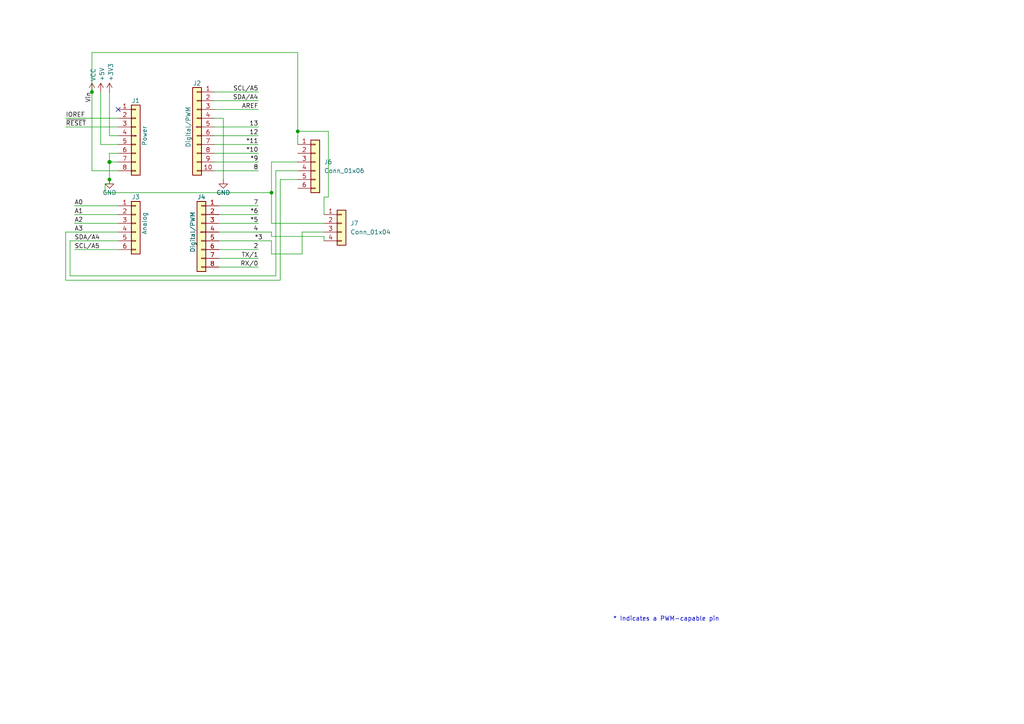
<source format=kicad_sch>
(kicad_sch
	(version 20250114)
	(generator "eeschema")
	(generator_version "9.0")
	(uuid "e63e39d7-6ac0-4ffd-8aa3-1841a4541b55")
	(paper "A4")
	(title_block
		(date "mar. 31 mars 2015")
	)
	(lib_symbols
		(symbol "Connector_Generic:Conn_01x04"
			(pin_names
				(offset 1.016)
				(hide yes)
			)
			(exclude_from_sim no)
			(in_bom yes)
			(on_board yes)
			(property "Reference" "J"
				(at 0 5.08 0)
				(effects
					(font
						(size 1.27 1.27)
					)
				)
			)
			(property "Value" "Conn_01x04"
				(at 0 -7.62 0)
				(effects
					(font
						(size 1.27 1.27)
					)
				)
			)
			(property "Footprint" ""
				(at 0 0 0)
				(effects
					(font
						(size 1.27 1.27)
					)
					(hide yes)
				)
			)
			(property "Datasheet" "~"
				(at 0 0 0)
				(effects
					(font
						(size 1.27 1.27)
					)
					(hide yes)
				)
			)
			(property "Description" "Generic connector, single row, 01x04, script generated (kicad-library-utils/schlib/autogen/connector/)"
				(at 0 0 0)
				(effects
					(font
						(size 1.27 1.27)
					)
					(hide yes)
				)
			)
			(property "ki_keywords" "connector"
				(at 0 0 0)
				(effects
					(font
						(size 1.27 1.27)
					)
					(hide yes)
				)
			)
			(property "ki_fp_filters" "Connector*:*_1x??_*"
				(at 0 0 0)
				(effects
					(font
						(size 1.27 1.27)
					)
					(hide yes)
				)
			)
			(symbol "Conn_01x04_1_1"
				(rectangle
					(start -1.27 3.81)
					(end 1.27 -6.35)
					(stroke
						(width 0.254)
						(type default)
					)
					(fill
						(type background)
					)
				)
				(rectangle
					(start -1.27 2.667)
					(end 0 2.413)
					(stroke
						(width 0.1524)
						(type default)
					)
					(fill
						(type none)
					)
				)
				(rectangle
					(start -1.27 0.127)
					(end 0 -0.127)
					(stroke
						(width 0.1524)
						(type default)
					)
					(fill
						(type none)
					)
				)
				(rectangle
					(start -1.27 -2.413)
					(end 0 -2.667)
					(stroke
						(width 0.1524)
						(type default)
					)
					(fill
						(type none)
					)
				)
				(rectangle
					(start -1.27 -4.953)
					(end 0 -5.207)
					(stroke
						(width 0.1524)
						(type default)
					)
					(fill
						(type none)
					)
				)
				(pin passive line
					(at -5.08 2.54 0)
					(length 3.81)
					(name "Pin_1"
						(effects
							(font
								(size 1.27 1.27)
							)
						)
					)
					(number "1"
						(effects
							(font
								(size 1.27 1.27)
							)
						)
					)
				)
				(pin passive line
					(at -5.08 0 0)
					(length 3.81)
					(name "Pin_2"
						(effects
							(font
								(size 1.27 1.27)
							)
						)
					)
					(number "2"
						(effects
							(font
								(size 1.27 1.27)
							)
						)
					)
				)
				(pin passive line
					(at -5.08 -2.54 0)
					(length 3.81)
					(name "Pin_3"
						(effects
							(font
								(size 1.27 1.27)
							)
						)
					)
					(number "3"
						(effects
							(font
								(size 1.27 1.27)
							)
						)
					)
				)
				(pin passive line
					(at -5.08 -5.08 0)
					(length 3.81)
					(name "Pin_4"
						(effects
							(font
								(size 1.27 1.27)
							)
						)
					)
					(number "4"
						(effects
							(font
								(size 1.27 1.27)
							)
						)
					)
				)
			)
			(embedded_fonts no)
		)
		(symbol "Connector_Generic:Conn_01x06"
			(pin_names
				(offset 1.016)
				(hide yes)
			)
			(exclude_from_sim no)
			(in_bom yes)
			(on_board yes)
			(property "Reference" "J"
				(at 0 7.62 0)
				(effects
					(font
						(size 1.27 1.27)
					)
				)
			)
			(property "Value" "Conn_01x06"
				(at 0 -10.16 0)
				(effects
					(font
						(size 1.27 1.27)
					)
				)
			)
			(property "Footprint" ""
				(at 0 0 0)
				(effects
					(font
						(size 1.27 1.27)
					)
					(hide yes)
				)
			)
			(property "Datasheet" "~"
				(at 0 0 0)
				(effects
					(font
						(size 1.27 1.27)
					)
					(hide yes)
				)
			)
			(property "Description" "Generic connector, single row, 01x06, script generated (kicad-library-utils/schlib/autogen/connector/)"
				(at 0 0 0)
				(effects
					(font
						(size 1.27 1.27)
					)
					(hide yes)
				)
			)
			(property "ki_keywords" "connector"
				(at 0 0 0)
				(effects
					(font
						(size 1.27 1.27)
					)
					(hide yes)
				)
			)
			(property "ki_fp_filters" "Connector*:*_1x??_*"
				(at 0 0 0)
				(effects
					(font
						(size 1.27 1.27)
					)
					(hide yes)
				)
			)
			(symbol "Conn_01x06_1_1"
				(rectangle
					(start -1.27 6.35)
					(end 1.27 -8.89)
					(stroke
						(width 0.254)
						(type default)
					)
					(fill
						(type background)
					)
				)
				(rectangle
					(start -1.27 5.207)
					(end 0 4.953)
					(stroke
						(width 0.1524)
						(type default)
					)
					(fill
						(type none)
					)
				)
				(rectangle
					(start -1.27 2.667)
					(end 0 2.413)
					(stroke
						(width 0.1524)
						(type default)
					)
					(fill
						(type none)
					)
				)
				(rectangle
					(start -1.27 0.127)
					(end 0 -0.127)
					(stroke
						(width 0.1524)
						(type default)
					)
					(fill
						(type none)
					)
				)
				(rectangle
					(start -1.27 -2.413)
					(end 0 -2.667)
					(stroke
						(width 0.1524)
						(type default)
					)
					(fill
						(type none)
					)
				)
				(rectangle
					(start -1.27 -4.953)
					(end 0 -5.207)
					(stroke
						(width 0.1524)
						(type default)
					)
					(fill
						(type none)
					)
				)
				(rectangle
					(start -1.27 -7.493)
					(end 0 -7.747)
					(stroke
						(width 0.1524)
						(type default)
					)
					(fill
						(type none)
					)
				)
				(pin passive line
					(at -5.08 5.08 0)
					(length 3.81)
					(name "Pin_1"
						(effects
							(font
								(size 1.27 1.27)
							)
						)
					)
					(number "1"
						(effects
							(font
								(size 1.27 1.27)
							)
						)
					)
				)
				(pin passive line
					(at -5.08 2.54 0)
					(length 3.81)
					(name "Pin_2"
						(effects
							(font
								(size 1.27 1.27)
							)
						)
					)
					(number "2"
						(effects
							(font
								(size 1.27 1.27)
							)
						)
					)
				)
				(pin passive line
					(at -5.08 0 0)
					(length 3.81)
					(name "Pin_3"
						(effects
							(font
								(size 1.27 1.27)
							)
						)
					)
					(number "3"
						(effects
							(font
								(size 1.27 1.27)
							)
						)
					)
				)
				(pin passive line
					(at -5.08 -2.54 0)
					(length 3.81)
					(name "Pin_4"
						(effects
							(font
								(size 1.27 1.27)
							)
						)
					)
					(number "4"
						(effects
							(font
								(size 1.27 1.27)
							)
						)
					)
				)
				(pin passive line
					(at -5.08 -5.08 0)
					(length 3.81)
					(name "Pin_5"
						(effects
							(font
								(size 1.27 1.27)
							)
						)
					)
					(number "5"
						(effects
							(font
								(size 1.27 1.27)
							)
						)
					)
				)
				(pin passive line
					(at -5.08 -7.62 0)
					(length 3.81)
					(name "Pin_6"
						(effects
							(font
								(size 1.27 1.27)
							)
						)
					)
					(number "6"
						(effects
							(font
								(size 1.27 1.27)
							)
						)
					)
				)
			)
			(embedded_fonts no)
		)
		(symbol "Connector_Generic:Conn_01x08"
			(pin_names
				(offset 1.016)
				(hide yes)
			)
			(exclude_from_sim no)
			(in_bom yes)
			(on_board yes)
			(property "Reference" "J"
				(at 0 10.16 0)
				(effects
					(font
						(size 1.27 1.27)
					)
				)
			)
			(property "Value" "Conn_01x08"
				(at 0 -12.7 0)
				(effects
					(font
						(size 1.27 1.27)
					)
				)
			)
			(property "Footprint" ""
				(at 0 0 0)
				(effects
					(font
						(size 1.27 1.27)
					)
					(hide yes)
				)
			)
			(property "Datasheet" "~"
				(at 0 0 0)
				(effects
					(font
						(size 1.27 1.27)
					)
					(hide yes)
				)
			)
			(property "Description" "Generic connector, single row, 01x08, script generated (kicad-library-utils/schlib/autogen/connector/)"
				(at 0 0 0)
				(effects
					(font
						(size 1.27 1.27)
					)
					(hide yes)
				)
			)
			(property "ki_keywords" "connector"
				(at 0 0 0)
				(effects
					(font
						(size 1.27 1.27)
					)
					(hide yes)
				)
			)
			(property "ki_fp_filters" "Connector*:*_1x??_*"
				(at 0 0 0)
				(effects
					(font
						(size 1.27 1.27)
					)
					(hide yes)
				)
			)
			(symbol "Conn_01x08_1_1"
				(rectangle
					(start -1.27 8.89)
					(end 1.27 -11.43)
					(stroke
						(width 0.254)
						(type default)
					)
					(fill
						(type background)
					)
				)
				(rectangle
					(start -1.27 7.747)
					(end 0 7.493)
					(stroke
						(width 0.1524)
						(type default)
					)
					(fill
						(type none)
					)
				)
				(rectangle
					(start -1.27 5.207)
					(end 0 4.953)
					(stroke
						(width 0.1524)
						(type default)
					)
					(fill
						(type none)
					)
				)
				(rectangle
					(start -1.27 2.667)
					(end 0 2.413)
					(stroke
						(width 0.1524)
						(type default)
					)
					(fill
						(type none)
					)
				)
				(rectangle
					(start -1.27 0.127)
					(end 0 -0.127)
					(stroke
						(width 0.1524)
						(type default)
					)
					(fill
						(type none)
					)
				)
				(rectangle
					(start -1.27 -2.413)
					(end 0 -2.667)
					(stroke
						(width 0.1524)
						(type default)
					)
					(fill
						(type none)
					)
				)
				(rectangle
					(start -1.27 -4.953)
					(end 0 -5.207)
					(stroke
						(width 0.1524)
						(type default)
					)
					(fill
						(type none)
					)
				)
				(rectangle
					(start -1.27 -7.493)
					(end 0 -7.747)
					(stroke
						(width 0.1524)
						(type default)
					)
					(fill
						(type none)
					)
				)
				(rectangle
					(start -1.27 -10.033)
					(end 0 -10.287)
					(stroke
						(width 0.1524)
						(type default)
					)
					(fill
						(type none)
					)
				)
				(pin passive line
					(at -5.08 7.62 0)
					(length 3.81)
					(name "Pin_1"
						(effects
							(font
								(size 1.27 1.27)
							)
						)
					)
					(number "1"
						(effects
							(font
								(size 1.27 1.27)
							)
						)
					)
				)
				(pin passive line
					(at -5.08 5.08 0)
					(length 3.81)
					(name "Pin_2"
						(effects
							(font
								(size 1.27 1.27)
							)
						)
					)
					(number "2"
						(effects
							(font
								(size 1.27 1.27)
							)
						)
					)
				)
				(pin passive line
					(at -5.08 2.54 0)
					(length 3.81)
					(name "Pin_3"
						(effects
							(font
								(size 1.27 1.27)
							)
						)
					)
					(number "3"
						(effects
							(font
								(size 1.27 1.27)
							)
						)
					)
				)
				(pin passive line
					(at -5.08 0 0)
					(length 3.81)
					(name "Pin_4"
						(effects
							(font
								(size 1.27 1.27)
							)
						)
					)
					(number "4"
						(effects
							(font
								(size 1.27 1.27)
							)
						)
					)
				)
				(pin passive line
					(at -5.08 -2.54 0)
					(length 3.81)
					(name "Pin_5"
						(effects
							(font
								(size 1.27 1.27)
							)
						)
					)
					(number "5"
						(effects
							(font
								(size 1.27 1.27)
							)
						)
					)
				)
				(pin passive line
					(at -5.08 -5.08 0)
					(length 3.81)
					(name "Pin_6"
						(effects
							(font
								(size 1.27 1.27)
							)
						)
					)
					(number "6"
						(effects
							(font
								(size 1.27 1.27)
							)
						)
					)
				)
				(pin passive line
					(at -5.08 -7.62 0)
					(length 3.81)
					(name "Pin_7"
						(effects
							(font
								(size 1.27 1.27)
							)
						)
					)
					(number "7"
						(effects
							(font
								(size 1.27 1.27)
							)
						)
					)
				)
				(pin passive line
					(at -5.08 -10.16 0)
					(length 3.81)
					(name "Pin_8"
						(effects
							(font
								(size 1.27 1.27)
							)
						)
					)
					(number "8"
						(effects
							(font
								(size 1.27 1.27)
							)
						)
					)
				)
			)
			(embedded_fonts no)
		)
		(symbol "Connector_Generic:Conn_01x10"
			(pin_names
				(offset 1.016)
				(hide yes)
			)
			(exclude_from_sim no)
			(in_bom yes)
			(on_board yes)
			(property "Reference" "J"
				(at 0 12.7 0)
				(effects
					(font
						(size 1.27 1.27)
					)
				)
			)
			(property "Value" "Conn_01x10"
				(at 0 -15.24 0)
				(effects
					(font
						(size 1.27 1.27)
					)
				)
			)
			(property "Footprint" ""
				(at 0 0 0)
				(effects
					(font
						(size 1.27 1.27)
					)
					(hide yes)
				)
			)
			(property "Datasheet" "~"
				(at 0 0 0)
				(effects
					(font
						(size 1.27 1.27)
					)
					(hide yes)
				)
			)
			(property "Description" "Generic connector, single row, 01x10, script generated (kicad-library-utils/schlib/autogen/connector/)"
				(at 0 0 0)
				(effects
					(font
						(size 1.27 1.27)
					)
					(hide yes)
				)
			)
			(property "ki_keywords" "connector"
				(at 0 0 0)
				(effects
					(font
						(size 1.27 1.27)
					)
					(hide yes)
				)
			)
			(property "ki_fp_filters" "Connector*:*_1x??_*"
				(at 0 0 0)
				(effects
					(font
						(size 1.27 1.27)
					)
					(hide yes)
				)
			)
			(symbol "Conn_01x10_1_1"
				(rectangle
					(start -1.27 11.43)
					(end 1.27 -13.97)
					(stroke
						(width 0.254)
						(type default)
					)
					(fill
						(type background)
					)
				)
				(rectangle
					(start -1.27 10.287)
					(end 0 10.033)
					(stroke
						(width 0.1524)
						(type default)
					)
					(fill
						(type none)
					)
				)
				(rectangle
					(start -1.27 7.747)
					(end 0 7.493)
					(stroke
						(width 0.1524)
						(type default)
					)
					(fill
						(type none)
					)
				)
				(rectangle
					(start -1.27 5.207)
					(end 0 4.953)
					(stroke
						(width 0.1524)
						(type default)
					)
					(fill
						(type none)
					)
				)
				(rectangle
					(start -1.27 2.667)
					(end 0 2.413)
					(stroke
						(width 0.1524)
						(type default)
					)
					(fill
						(type none)
					)
				)
				(rectangle
					(start -1.27 0.127)
					(end 0 -0.127)
					(stroke
						(width 0.1524)
						(type default)
					)
					(fill
						(type none)
					)
				)
				(rectangle
					(start -1.27 -2.413)
					(end 0 -2.667)
					(stroke
						(width 0.1524)
						(type default)
					)
					(fill
						(type none)
					)
				)
				(rectangle
					(start -1.27 -4.953)
					(end 0 -5.207)
					(stroke
						(width 0.1524)
						(type default)
					)
					(fill
						(type none)
					)
				)
				(rectangle
					(start -1.27 -7.493)
					(end 0 -7.747)
					(stroke
						(width 0.1524)
						(type default)
					)
					(fill
						(type none)
					)
				)
				(rectangle
					(start -1.27 -10.033)
					(end 0 -10.287)
					(stroke
						(width 0.1524)
						(type default)
					)
					(fill
						(type none)
					)
				)
				(rectangle
					(start -1.27 -12.573)
					(end 0 -12.827)
					(stroke
						(width 0.1524)
						(type default)
					)
					(fill
						(type none)
					)
				)
				(pin passive line
					(at -5.08 10.16 0)
					(length 3.81)
					(name "Pin_1"
						(effects
							(font
								(size 1.27 1.27)
							)
						)
					)
					(number "1"
						(effects
							(font
								(size 1.27 1.27)
							)
						)
					)
				)
				(pin passive line
					(at -5.08 7.62 0)
					(length 3.81)
					(name "Pin_2"
						(effects
							(font
								(size 1.27 1.27)
							)
						)
					)
					(number "2"
						(effects
							(font
								(size 1.27 1.27)
							)
						)
					)
				)
				(pin passive line
					(at -5.08 5.08 0)
					(length 3.81)
					(name "Pin_3"
						(effects
							(font
								(size 1.27 1.27)
							)
						)
					)
					(number "3"
						(effects
							(font
								(size 1.27 1.27)
							)
						)
					)
				)
				(pin passive line
					(at -5.08 2.54 0)
					(length 3.81)
					(name "Pin_4"
						(effects
							(font
								(size 1.27 1.27)
							)
						)
					)
					(number "4"
						(effects
							(font
								(size 1.27 1.27)
							)
						)
					)
				)
				(pin passive line
					(at -5.08 0 0)
					(length 3.81)
					(name "Pin_5"
						(effects
							(font
								(size 1.27 1.27)
							)
						)
					)
					(number "5"
						(effects
							(font
								(size 1.27 1.27)
							)
						)
					)
				)
				(pin passive line
					(at -5.08 -2.54 0)
					(length 3.81)
					(name "Pin_6"
						(effects
							(font
								(size 1.27 1.27)
							)
						)
					)
					(number "6"
						(effects
							(font
								(size 1.27 1.27)
							)
						)
					)
				)
				(pin passive line
					(at -5.08 -5.08 0)
					(length 3.81)
					(name "Pin_7"
						(effects
							(font
								(size 1.27 1.27)
							)
						)
					)
					(number "7"
						(effects
							(font
								(size 1.27 1.27)
							)
						)
					)
				)
				(pin passive line
					(at -5.08 -7.62 0)
					(length 3.81)
					(name "Pin_8"
						(effects
							(font
								(size 1.27 1.27)
							)
						)
					)
					(number "8"
						(effects
							(font
								(size 1.27 1.27)
							)
						)
					)
				)
				(pin passive line
					(at -5.08 -10.16 0)
					(length 3.81)
					(name "Pin_9"
						(effects
							(font
								(size 1.27 1.27)
							)
						)
					)
					(number "9"
						(effects
							(font
								(size 1.27 1.27)
							)
						)
					)
				)
				(pin passive line
					(at -5.08 -12.7 0)
					(length 3.81)
					(name "Pin_10"
						(effects
							(font
								(size 1.27 1.27)
							)
						)
					)
					(number "10"
						(effects
							(font
								(size 1.27 1.27)
							)
						)
					)
				)
			)
			(embedded_fonts no)
		)
		(symbol "power:+3V3"
			(power)
			(pin_numbers
				(hide yes)
			)
			(pin_names
				(offset 0)
				(hide yes)
			)
			(exclude_from_sim no)
			(in_bom yes)
			(on_board yes)
			(property "Reference" "#PWR"
				(at 0 -3.81 0)
				(effects
					(font
						(size 1.27 1.27)
					)
					(hide yes)
				)
			)
			(property "Value" "+3V3"
				(at 0 3.556 0)
				(effects
					(font
						(size 1.27 1.27)
					)
				)
			)
			(property "Footprint" ""
				(at 0 0 0)
				(effects
					(font
						(size 1.27 1.27)
					)
					(hide yes)
				)
			)
			(property "Datasheet" ""
				(at 0 0 0)
				(effects
					(font
						(size 1.27 1.27)
					)
					(hide yes)
				)
			)
			(property "Description" "Power symbol creates a global label with name \"+3V3\""
				(at 0 0 0)
				(effects
					(font
						(size 1.27 1.27)
					)
					(hide yes)
				)
			)
			(property "ki_keywords" "global power"
				(at 0 0 0)
				(effects
					(font
						(size 1.27 1.27)
					)
					(hide yes)
				)
			)
			(symbol "+3V3_0_1"
				(polyline
					(pts
						(xy -0.762 1.27) (xy 0 2.54)
					)
					(stroke
						(width 0)
						(type default)
					)
					(fill
						(type none)
					)
				)
				(polyline
					(pts
						(xy 0 2.54) (xy 0.762 1.27)
					)
					(stroke
						(width 0)
						(type default)
					)
					(fill
						(type none)
					)
				)
				(polyline
					(pts
						(xy 0 0) (xy 0 2.54)
					)
					(stroke
						(width 0)
						(type default)
					)
					(fill
						(type none)
					)
				)
			)
			(symbol "+3V3_1_1"
				(pin power_in line
					(at 0 0 90)
					(length 0)
					(name "~"
						(effects
							(font
								(size 1.27 1.27)
							)
						)
					)
					(number "1"
						(effects
							(font
								(size 1.27 1.27)
							)
						)
					)
				)
			)
			(embedded_fonts no)
		)
		(symbol "power:+5V"
			(power)
			(pin_numbers
				(hide yes)
			)
			(pin_names
				(offset 0)
				(hide yes)
			)
			(exclude_from_sim no)
			(in_bom yes)
			(on_board yes)
			(property "Reference" "#PWR"
				(at 0 -3.81 0)
				(effects
					(font
						(size 1.27 1.27)
					)
					(hide yes)
				)
			)
			(property "Value" "+5V"
				(at 0 3.556 0)
				(effects
					(font
						(size 1.27 1.27)
					)
				)
			)
			(property "Footprint" ""
				(at 0 0 0)
				(effects
					(font
						(size 1.27 1.27)
					)
					(hide yes)
				)
			)
			(property "Datasheet" ""
				(at 0 0 0)
				(effects
					(font
						(size 1.27 1.27)
					)
					(hide yes)
				)
			)
			(property "Description" "Power symbol creates a global label with name \"+5V\""
				(at 0 0 0)
				(effects
					(font
						(size 1.27 1.27)
					)
					(hide yes)
				)
			)
			(property "ki_keywords" "global power"
				(at 0 0 0)
				(effects
					(font
						(size 1.27 1.27)
					)
					(hide yes)
				)
			)
			(symbol "+5V_0_1"
				(polyline
					(pts
						(xy -0.762 1.27) (xy 0 2.54)
					)
					(stroke
						(width 0)
						(type default)
					)
					(fill
						(type none)
					)
				)
				(polyline
					(pts
						(xy 0 2.54) (xy 0.762 1.27)
					)
					(stroke
						(width 0)
						(type default)
					)
					(fill
						(type none)
					)
				)
				(polyline
					(pts
						(xy 0 0) (xy 0 2.54)
					)
					(stroke
						(width 0)
						(type default)
					)
					(fill
						(type none)
					)
				)
			)
			(symbol "+5V_1_1"
				(pin power_in line
					(at 0 0 90)
					(length 0)
					(name "~"
						(effects
							(font
								(size 1.27 1.27)
							)
						)
					)
					(number "1"
						(effects
							(font
								(size 1.27 1.27)
							)
						)
					)
				)
			)
			(embedded_fonts no)
		)
		(symbol "power:GND"
			(power)
			(pin_numbers
				(hide yes)
			)
			(pin_names
				(offset 0)
				(hide yes)
			)
			(exclude_from_sim no)
			(in_bom yes)
			(on_board yes)
			(property "Reference" "#PWR"
				(at 0 -6.35 0)
				(effects
					(font
						(size 1.27 1.27)
					)
					(hide yes)
				)
			)
			(property "Value" "GND"
				(at 0 -3.81 0)
				(effects
					(font
						(size 1.27 1.27)
					)
				)
			)
			(property "Footprint" ""
				(at 0 0 0)
				(effects
					(font
						(size 1.27 1.27)
					)
					(hide yes)
				)
			)
			(property "Datasheet" ""
				(at 0 0 0)
				(effects
					(font
						(size 1.27 1.27)
					)
					(hide yes)
				)
			)
			(property "Description" "Power symbol creates a global label with name \"GND\" , ground"
				(at 0 0 0)
				(effects
					(font
						(size 1.27 1.27)
					)
					(hide yes)
				)
			)
			(property "ki_keywords" "global power"
				(at 0 0 0)
				(effects
					(font
						(size 1.27 1.27)
					)
					(hide yes)
				)
			)
			(symbol "GND_0_1"
				(polyline
					(pts
						(xy 0 0) (xy 0 -1.27) (xy 1.27 -1.27) (xy 0 -2.54) (xy -1.27 -1.27) (xy 0 -1.27)
					)
					(stroke
						(width 0)
						(type default)
					)
					(fill
						(type none)
					)
				)
			)
			(symbol "GND_1_1"
				(pin power_in line
					(at 0 0 270)
					(length 0)
					(name "~"
						(effects
							(font
								(size 1.27 1.27)
							)
						)
					)
					(number "1"
						(effects
							(font
								(size 1.27 1.27)
							)
						)
					)
				)
			)
			(embedded_fonts no)
		)
		(symbol "power:VCC"
			(power)
			(pin_numbers
				(hide yes)
			)
			(pin_names
				(offset 0)
				(hide yes)
			)
			(exclude_from_sim no)
			(in_bom yes)
			(on_board yes)
			(property "Reference" "#PWR"
				(at 0 -3.81 0)
				(effects
					(font
						(size 1.27 1.27)
					)
					(hide yes)
				)
			)
			(property "Value" "VCC"
				(at 0 3.556 0)
				(effects
					(font
						(size 1.27 1.27)
					)
				)
			)
			(property "Footprint" ""
				(at 0 0 0)
				(effects
					(font
						(size 1.27 1.27)
					)
					(hide yes)
				)
			)
			(property "Datasheet" ""
				(at 0 0 0)
				(effects
					(font
						(size 1.27 1.27)
					)
					(hide yes)
				)
			)
			(property "Description" "Power symbol creates a global label with name \"VCC\""
				(at 0 0 0)
				(effects
					(font
						(size 1.27 1.27)
					)
					(hide yes)
				)
			)
			(property "ki_keywords" "global power"
				(at 0 0 0)
				(effects
					(font
						(size 1.27 1.27)
					)
					(hide yes)
				)
			)
			(symbol "VCC_0_1"
				(polyline
					(pts
						(xy -0.762 1.27) (xy 0 2.54)
					)
					(stroke
						(width 0)
						(type default)
					)
					(fill
						(type none)
					)
				)
				(polyline
					(pts
						(xy 0 2.54) (xy 0.762 1.27)
					)
					(stroke
						(width 0)
						(type default)
					)
					(fill
						(type none)
					)
				)
				(polyline
					(pts
						(xy 0 0) (xy 0 2.54)
					)
					(stroke
						(width 0)
						(type default)
					)
					(fill
						(type none)
					)
				)
			)
			(symbol "VCC_1_1"
				(pin power_in line
					(at 0 0 90)
					(length 0)
					(name "~"
						(effects
							(font
								(size 1.27 1.27)
							)
						)
					)
					(number "1"
						(effects
							(font
								(size 1.27 1.27)
							)
						)
					)
				)
			)
			(embedded_fonts no)
		)
	)
	(text "* Indicates a PWM-capable pin"
		(exclude_from_sim no)
		(at 177.8 180.34 0)
		(effects
			(font
				(size 1.27 1.27)
			)
			(justify left bottom)
		)
		(uuid "c364973a-9a67-4667-8185-a3a5c6c6cbdf")
	)
	(junction
		(at 78.74 55.88)
		(diameter 0)
		(color 0 0 0 0)
		(uuid "0584d03c-d3c0-426d-aa38-9571a5278861")
	)
	(junction
		(at 86.36 38.1)
		(diameter 0)
		(color 0 0 0 0)
		(uuid "2fc04525-3ae0-4463-bcff-4c336c7f3369")
	)
	(junction
		(at 31.75 46.99)
		(diameter 1.016)
		(color 0 0 0 0)
		(uuid "3dcc657b-55a1-48e0-9667-e01e7b6b08b5")
	)
	(junction
		(at 26.67 26.67)
		(diameter 0)
		(color 0 0 0 0)
		(uuid "a090f323-457e-4a8a-8351-e899b85826b1")
	)
	(junction
		(at 31.75 52.07)
		(diameter 0)
		(color 0 0 0 0)
		(uuid "b14f7cd8-5874-45ce-9ce4-816f6f6c5bbd")
	)
	(no_connect
		(at 34.29 31.75)
		(uuid "d181157c-7812-47e5-a0cf-9580c905fc86")
	)
	(wire
		(pts
			(xy 63.5 77.47) (xy 74.93 77.47)
		)
		(stroke
			(width 0)
			(type solid)
		)
		(uuid "010ba307-2067-49d3-b0fa-6414143f3fc2")
	)
	(wire
		(pts
			(xy 95.25 57.15) (xy 95.25 38.1)
		)
		(stroke
			(width 0)
			(type default)
		)
		(uuid "02c2e63e-e712-42fc-ad0c-efb0b79fae30")
	)
	(wire
		(pts
			(xy 31.75 53.34) (xy 31.75 52.07)
		)
		(stroke
			(width 0)
			(type solid)
		)
		(uuid "07f6555c-9edd-4cff-aac4-1882725efa0a")
	)
	(wire
		(pts
			(xy 62.23 44.45) (xy 74.93 44.45)
		)
		(stroke
			(width 0)
			(type solid)
		)
		(uuid "09480ba4-37da-45e3-b9fe-6beebf876349")
	)
	(wire
		(pts
			(xy 62.23 26.67) (xy 74.93 26.67)
		)
		(stroke
			(width 0)
			(type solid)
		)
		(uuid "0f5d2189-4ead-42fa-8f7a-cfa3af4de132")
	)
	(wire
		(pts
			(xy 78.74 55.88) (xy 78.74 64.77)
		)
		(stroke
			(width 0)
			(type solid)
		)
		(uuid "19484f7e-f985-4be5-845b-a8b734971b16")
	)
	(wire
		(pts
			(xy 30.48 55.88) (xy 30.48 53.34)
		)
		(stroke
			(width 0)
			(type solid)
		)
		(uuid "1b321a5c-44d8-43af-930e-90cd1db5484b")
	)
	(wire
		(pts
			(xy 31.75 44.45) (xy 31.75 46.99)
		)
		(stroke
			(width 0)
			(type solid)
		)
		(uuid "1c31b835-925f-4a5c-92df-8f2558bb711b")
	)
	(wire
		(pts
			(xy 78.74 68.58) (xy 93.98 68.58)
		)
		(stroke
			(width 0)
			(type solid)
		)
		(uuid "1f59d9b3-c660-4700-bd0c-88197c261bf7")
	)
	(wire
		(pts
			(xy 21.59 72.39) (xy 34.29 72.39)
		)
		(stroke
			(width 0)
			(type solid)
		)
		(uuid "20854542-d0b0-4be7-af02-0e5fceb34e01")
	)
	(wire
		(pts
			(xy 86.36 38.1) (xy 86.36 41.91)
		)
		(stroke
			(width 0)
			(type solid)
		)
		(uuid "2a382f44-0eaa-4951-841c-d6a97744406e")
	)
	(wire
		(pts
			(xy 31.75 46.99) (xy 31.75 52.07)
		)
		(stroke
			(width 0)
			(type solid)
		)
		(uuid "2df788b2-ce68-49bc-a497-4b6570a17f30")
	)
	(wire
		(pts
			(xy 31.75 39.37) (xy 34.29 39.37)
		)
		(stroke
			(width 0)
			(type solid)
		)
		(uuid "3334b11d-5a13-40b4-a117-d693c543e4ab")
	)
	(wire
		(pts
			(xy 19.05 67.31) (xy 34.29 67.31)
		)
		(stroke
			(width 0)
			(type default)
		)
		(uuid "334c3ada-12d7-4f8c-b6c5-71e02630cc1b")
	)
	(wire
		(pts
			(xy 26.67 26.67) (xy 26.67 15.24)
		)
		(stroke
			(width 0)
			(type solid)
		)
		(uuid "35888b24-7e8f-489d-8b7d-4d7503c059d8")
	)
	(wire
		(pts
			(xy 86.36 52.07) (xy 81.28 52.07)
		)
		(stroke
			(width 0)
			(type default)
		)
		(uuid "365f9d46-940c-4014-b01e-0bb8380eec03")
	)
	(wire
		(pts
			(xy 29.21 41.91) (xy 34.29 41.91)
		)
		(stroke
			(width 0)
			(type solid)
		)
		(uuid "3661f80c-fef8-4441-83be-df8930b3b45e")
	)
	(wire
		(pts
			(xy 78.74 64.77) (xy 93.98 64.77)
		)
		(stroke
			(width 0)
			(type solid)
		)
		(uuid "36b58492-05d4-4beb-8b86-08c973358269")
	)
	(wire
		(pts
			(xy 29.21 26.67) (xy 29.21 41.91)
		)
		(stroke
			(width 0)
			(type solid)
		)
		(uuid "392bf1f6-bf67-427d-8d4c-0a87cb757556")
	)
	(wire
		(pts
			(xy 30.48 55.88) (xy 78.74 55.88)
		)
		(stroke
			(width 0)
			(type solid)
		)
		(uuid "3d4efcae-bad3-44bc-a369-e37daf6edbba")
	)
	(wire
		(pts
			(xy 78.74 46.99) (xy 86.36 46.99)
		)
		(stroke
			(width 0)
			(type solid)
		)
		(uuid "3f1bb54a-f9ad-4140-982f-1a271d0a4019")
	)
	(wire
		(pts
			(xy 62.23 36.83) (xy 74.93 36.83)
		)
		(stroke
			(width 0)
			(type solid)
		)
		(uuid "4227fa6f-c399-4f14-8228-23e39d2b7e7d")
	)
	(wire
		(pts
			(xy 31.75 26.67) (xy 31.75 39.37)
		)
		(stroke
			(width 0)
			(type solid)
		)
		(uuid "442fb4de-4d55-45de-bc27-3e6222ceb890")
	)
	(wire
		(pts
			(xy 63.5 59.69) (xy 74.93 59.69)
		)
		(stroke
			(width 0)
			(type solid)
		)
		(uuid "4455ee2e-5642-42c1-a83b-f7e65fa0c2f1")
	)
	(wire
		(pts
			(xy 34.29 59.69) (xy 21.59 59.69)
		)
		(stroke
			(width 0)
			(type solid)
		)
		(uuid "486ca832-85f4-4989-b0f4-569faf9be534")
	)
	(wire
		(pts
			(xy 62.23 39.37) (xy 74.93 39.37)
		)
		(stroke
			(width 0)
			(type solid)
		)
		(uuid "4a910b57-a5cd-4105-ab4f-bde2a80d4f00")
	)
	(wire
		(pts
			(xy 63.5 62.23) (xy 74.93 62.23)
		)
		(stroke
			(width 0)
			(type solid)
		)
		(uuid "4e60e1af-19bd-45a0-b418-b7030b594dde")
	)
	(wire
		(pts
			(xy 80.01 49.53) (xy 86.36 49.53)
		)
		(stroke
			(width 0)
			(type solid)
		)
		(uuid "523581f8-50d2-42f1-83e4-a8d30f233071")
	)
	(wire
		(pts
			(xy 30.48 53.34) (xy 31.75 53.34)
		)
		(stroke
			(width 0)
			(type solid)
		)
		(uuid "62b5d0c4-6227-4fa2-8587-9256676efb58")
	)
	(wire
		(pts
			(xy 62.23 46.99) (xy 74.93 46.99)
		)
		(stroke
			(width 0)
			(type solid)
		)
		(uuid "63f2b71b-521b-4210-bf06-ed65e330fccc")
	)
	(wire
		(pts
			(xy 80.01 80.01) (xy 80.01 49.53)
		)
		(stroke
			(width 0)
			(type solid)
		)
		(uuid "6569b14c-72f5-4cbe-bf27-91ae74660e1e")
	)
	(wire
		(pts
			(xy 93.98 62.23) (xy 93.98 57.15)
		)
		(stroke
			(width 0)
			(type default)
		)
		(uuid "6634cf16-0bff-4d14-a0fe-ce72e7630b1f")
	)
	(wire
		(pts
			(xy 78.74 73.66) (xy 87.63 73.66)
		)
		(stroke
			(width 0)
			(type solid)
		)
		(uuid "6b2c49e5-dc8a-420b-9499-5a173d340293")
	)
	(wire
		(pts
			(xy 63.5 67.31) (xy 78.74 67.31)
		)
		(stroke
			(width 0)
			(type solid)
		)
		(uuid "6bb3ea5f-9e60-4add-9d97-244be2cf61d2")
	)
	(wire
		(pts
			(xy 86.36 15.24) (xy 86.36 38.1)
		)
		(stroke
			(width 0)
			(type solid)
		)
		(uuid "7286c248-f809-4689-a395-c32f579625a6")
	)
	(wire
		(pts
			(xy 81.28 52.07) (xy 81.28 81.28)
		)
		(stroke
			(width 0)
			(type default)
		)
		(uuid "73711830-0a29-4160-8f0f-752f204984ae")
	)
	(wire
		(pts
			(xy 19.05 34.29) (xy 34.29 34.29)
		)
		(stroke
			(width 0)
			(type solid)
		)
		(uuid "73d4774c-1387-4550-b580-a1cc0ac89b89")
	)
	(wire
		(pts
			(xy 78.74 68.58) (xy 78.74 67.31)
		)
		(stroke
			(width 0)
			(type solid)
		)
		(uuid "7424ebf9-3704-427a-93ea-49e234f16e46")
	)
	(wire
		(pts
			(xy 26.67 15.24) (xy 86.36 15.24)
		)
		(stroke
			(width 0)
			(type solid)
		)
		(uuid "7ddae8fb-67fb-4101-9633-031bca3487e1")
	)
	(wire
		(pts
			(xy 64.77 34.29) (xy 64.77 52.07)
		)
		(stroke
			(width 0)
			(type solid)
		)
		(uuid "84ce350c-b0c1-4e69-9ab2-f7ec7b8bb312")
	)
	(wire
		(pts
			(xy 20.32 69.85) (xy 20.32 80.01)
		)
		(stroke
			(width 0)
			(type solid)
		)
		(uuid "854f6ef0-93d2-40f7-9431-54198719d08a")
	)
	(wire
		(pts
			(xy 62.23 31.75) (xy 74.93 31.75)
		)
		(stroke
			(width 0)
			(type solid)
		)
		(uuid "8a3d35a2-f0f6-4dec-a606-7c8e288ca828")
	)
	(wire
		(pts
			(xy 34.29 64.77) (xy 21.59 64.77)
		)
		(stroke
			(width 0)
			(type solid)
		)
		(uuid "9377eb1a-3b12-438c-8ebd-f86ace1e8d25")
	)
	(wire
		(pts
			(xy 19.05 36.83) (xy 34.29 36.83)
		)
		(stroke
			(width 0)
			(type solid)
		)
		(uuid "93e52853-9d1e-4afe-aee8-b825ab9f5d09")
	)
	(wire
		(pts
			(xy 34.29 46.99) (xy 31.75 46.99)
		)
		(stroke
			(width 0)
			(type solid)
		)
		(uuid "97df9ac9-dbb8-472e-b84f-3684d0eb5efc")
	)
	(wire
		(pts
			(xy 20.32 69.85) (xy 34.29 69.85)
		)
		(stroke
			(width 0)
			(type solid)
		)
		(uuid "a456bef6-c60d-40ad-b9d1-bc8d81f933c7")
	)
	(wire
		(pts
			(xy 34.29 49.53) (xy 26.67 49.53)
		)
		(stroke
			(width 0)
			(type solid)
		)
		(uuid "a7518f9d-05df-4211-ba17-5d615f04ec46")
	)
	(wire
		(pts
			(xy 21.59 62.23) (xy 34.29 62.23)
		)
		(stroke
			(width 0)
			(type solid)
		)
		(uuid "aab97e46-23d6-4cbf-8684-537b94306d68")
	)
	(wire
		(pts
			(xy 20.32 80.01) (xy 80.01 80.01)
		)
		(stroke
			(width 0)
			(type solid)
		)
		(uuid "ab5a9c16-cfd4-4916-aa04-12442dceb00f")
	)
	(wire
		(pts
			(xy 78.74 46.99) (xy 78.74 55.88)
		)
		(stroke
			(width 0)
			(type solid)
		)
		(uuid "b9db7edf-d8f2-442f-aa42-befe5078a15e")
	)
	(wire
		(pts
			(xy 63.5 69.85) (xy 78.74 69.85)
		)
		(stroke
			(width 0)
			(type solid)
		)
		(uuid "ba0a9552-8b71-4136-bea3-191887c43569")
	)
	(wire
		(pts
			(xy 62.23 34.29) (xy 64.77 34.29)
		)
		(stroke
			(width 0)
			(type solid)
		)
		(uuid "bcbc7302-8a54-4b9b-98b9-f277f1b20941")
	)
	(wire
		(pts
			(xy 34.29 44.45) (xy 31.75 44.45)
		)
		(stroke
			(width 0)
			(type solid)
		)
		(uuid "c12796ad-cf20-466f-9ab3-9cf441392c32")
	)
	(wire
		(pts
			(xy 93.98 68.58) (xy 93.98 69.85)
		)
		(stroke
			(width 0)
			(type solid)
		)
		(uuid "c5e48f89-06eb-45c3-95dc-6b2a97bbdf5d")
	)
	(wire
		(pts
			(xy 62.23 41.91) (xy 74.93 41.91)
		)
		(stroke
			(width 0)
			(type solid)
		)
		(uuid "c722a1ff-12f1-49e5-88a4-44ffeb509ca2")
	)
	(wire
		(pts
			(xy 93.98 57.15) (xy 95.25 57.15)
		)
		(stroke
			(width 0)
			(type default)
		)
		(uuid "ccaa5a2a-69f3-4d4f-ae02-e1161e02a613")
	)
	(wire
		(pts
			(xy 63.5 64.77) (xy 74.93 64.77)
		)
		(stroke
			(width 0)
			(type solid)
		)
		(uuid "cfe99980-2d98-4372-b495-04c53027340b")
	)
	(wire
		(pts
			(xy 78.74 69.85) (xy 78.74 73.66)
		)
		(stroke
			(width 0)
			(type solid)
		)
		(uuid "d1b3c3d5-4139-4560-9bae-feeee5461885")
	)
	(wire
		(pts
			(xy 81.28 81.28) (xy 19.05 81.28)
		)
		(stroke
			(width 0)
			(type default)
		)
		(uuid "d80cb0f4-374e-4cce-9be2-3b5aa24a6ea2")
	)
	(wire
		(pts
			(xy 62.23 29.21) (xy 74.93 29.21)
		)
		(stroke
			(width 0)
			(type solid)
		)
		(uuid "e7278977-132b-4777-9eb4-7d93363a4379")
	)
	(wire
		(pts
			(xy 63.5 72.39) (xy 74.93 72.39)
		)
		(stroke
			(width 0)
			(type solid)
		)
		(uuid "e9bdd59b-3252-4c44-a357-6fa1af0c210c")
	)
	(wire
		(pts
			(xy 87.63 73.66) (xy 87.63 67.31)
		)
		(stroke
			(width 0)
			(type solid)
		)
		(uuid "ea18f21f-fff4-4308-8a04-126c247b8767")
	)
	(wire
		(pts
			(xy 87.63 67.31) (xy 93.98 67.31)
		)
		(stroke
			(width 0)
			(type solid)
		)
		(uuid "f0768e04-d0a6-465a-80c7-535944dcf282")
	)
	(wire
		(pts
			(xy 63.5 74.93) (xy 74.93 74.93)
		)
		(stroke
			(width 0)
			(type solid)
		)
		(uuid "f853d1d4-c722-44df-98bf-4a6114204628")
	)
	(wire
		(pts
			(xy 26.67 49.53) (xy 26.67 26.67)
		)
		(stroke
			(width 0)
			(type solid)
		)
		(uuid "f8de70cd-e47d-4e80-8f3a-077e9df93aa8")
	)
	(wire
		(pts
			(xy 19.05 81.28) (xy 19.05 67.31)
		)
		(stroke
			(width 0)
			(type default)
		)
		(uuid "fc5c7e6d-f3ba-4a89-9346-4f802422641d")
	)
	(wire
		(pts
			(xy 95.25 38.1) (xy 86.36 38.1)
		)
		(stroke
			(width 0)
			(type default)
		)
		(uuid "fe1b9cdd-9481-4e3b-a189-1f40df306bc4")
	)
	(wire
		(pts
			(xy 62.23 49.53) (xy 74.93 49.53)
		)
		(stroke
			(width 0)
			(type solid)
		)
		(uuid "fe837306-92d0-4847-ad21-76c47ae932d1")
	)
	(label "RX{slash}0"
		(at 74.93 77.47 180)
		(effects
			(font
				(size 1.27 1.27)
			)
			(justify right bottom)
		)
		(uuid "01ea9310-cf66-436b-9b89-1a2f4237b59e")
	)
	(label "A2"
		(at 21.59 64.77 0)
		(effects
			(font
				(size 1.27 1.27)
			)
			(justify left bottom)
		)
		(uuid "09251fd4-af37-4d86-8951-1faaac710ffa")
	)
	(label "4"
		(at 74.93 67.31 180)
		(effects
			(font
				(size 1.27 1.27)
			)
			(justify right bottom)
		)
		(uuid "0d8cfe6d-11bf-42b9-9752-f9a5a76bce7e")
	)
	(label "2"
		(at 74.93 72.39 180)
		(effects
			(font
				(size 1.27 1.27)
			)
			(justify right bottom)
		)
		(uuid "23f0c933-49f0-4410-a8db-8b017f48dadc")
	)
	(label "A3"
		(at 21.59 67.31 0)
		(effects
			(font
				(size 1.27 1.27)
			)
			(justify left bottom)
		)
		(uuid "2c60ab74-0590-423b-8921-6f3212a358d2")
	)
	(label "13"
		(at 74.93 36.83 180)
		(effects
			(font
				(size 1.27 1.27)
			)
			(justify right bottom)
		)
		(uuid "35bc5b35-b7b2-44d5-bbed-557f428649b2")
	)
	(label "12"
		(at 74.93 39.37 180)
		(effects
			(font
				(size 1.27 1.27)
			)
			(justify right bottom)
		)
		(uuid "3ffaa3b1-1d78-4c7b-bdf9-f1a8019c92fd")
	)
	(label "~{RESET}"
		(at 19.05 36.83 0)
		(effects
			(font
				(size 1.27 1.27)
			)
			(justify left bottom)
		)
		(uuid "49585dba-cfa7-4813-841e-9d900d43ecf4")
	)
	(label "*10"
		(at 74.93 44.45 180)
		(effects
			(font
				(size 1.27 1.27)
			)
			(justify right bottom)
		)
		(uuid "54be04e4-fffa-4f7f-8a5f-d0de81314e8f")
	)
	(label "7"
		(at 74.93 59.69 180)
		(effects
			(font
				(size 1.27 1.27)
			)
			(justify right bottom)
		)
		(uuid "873d2c88-519e-482f-a3ed-2484e5f9417e")
	)
	(label "SDA{slash}A4"
		(at 74.93 29.21 180)
		(effects
			(font
				(size 1.27 1.27)
			)
			(justify right bottom)
		)
		(uuid "8885a9dc-224d-44c5-8601-05c1d9983e09")
	)
	(label "8"
		(at 74.93 49.53 180)
		(effects
			(font
				(size 1.27 1.27)
			)
			(justify right bottom)
		)
		(uuid "89b0e564-e7aa-4224-80c9-3f0614fede8f")
	)
	(label "*11"
		(at 74.93 41.91 180)
		(effects
			(font
				(size 1.27 1.27)
			)
			(justify right bottom)
		)
		(uuid "9ad5a781-2469-4c8f-8abf-a1c3586f7cb7")
	)
	(label "*3"
		(at 76.2 69.85 180)
		(effects
			(font
				(size 1.27 1.27)
			)
			(justify right bottom)
		)
		(uuid "9cccf5f9-68a4-4e61-b418-6185dd6a5f9a")
	)
	(label "A1"
		(at 21.59 62.23 0)
		(effects
			(font
				(size 1.27 1.27)
			)
			(justify left bottom)
		)
		(uuid "acc9991b-1bdd-4544-9a08-4037937485cb")
	)
	(label "TX{slash}1"
		(at 74.93 74.93 180)
		(effects
			(font
				(size 1.27 1.27)
			)
			(justify right bottom)
		)
		(uuid "ae2c9582-b445-44bd-b371-7fc74f6cf852")
	)
	(label "A0"
		(at 21.59 59.69 0)
		(effects
			(font
				(size 1.27 1.27)
			)
			(justify left bottom)
		)
		(uuid "ba02dc27-26a3-4648-b0aa-06b6dcaf001f")
	)
	(label "AREF"
		(at 74.93 31.75 180)
		(effects
			(font
				(size 1.27 1.27)
			)
			(justify right bottom)
		)
		(uuid "bbf52cf8-6d97-4499-a9ee-3657cebcdabf")
	)
	(label "Vin"
		(at 26.67 26.67 270)
		(effects
			(font
				(size 1.27 1.27)
			)
			(justify right bottom)
		)
		(uuid "c348793d-eec0-4f33-9b91-2cae8b4224a4")
	)
	(label "*6"
		(at 74.93 62.23 180)
		(effects
			(font
				(size 1.27 1.27)
			)
			(justify right bottom)
		)
		(uuid "c775d4e8-c37b-4e73-90c1-1c8d36333aac")
	)
	(label "SCL{slash}A5"
		(at 74.93 26.67 180)
		(effects
			(font
				(size 1.27 1.27)
			)
			(justify right bottom)
		)
		(uuid "cba886fc-172a-42fe-8e4c-daace6eaef8e")
	)
	(label "*9"
		(at 74.93 46.99 180)
		(effects
			(font
				(size 1.27 1.27)
			)
			(justify right bottom)
		)
		(uuid "ccb58899-a82d-403c-b30b-ee351d622e9c")
	)
	(label "*5"
		(at 74.93 64.77 180)
		(effects
			(font
				(size 1.27 1.27)
			)
			(justify right bottom)
		)
		(uuid "d9a65242-9c26-45cd-9a55-3e69f0d77784")
	)
	(label "IOREF"
		(at 19.05 34.29 0)
		(effects
			(font
				(size 1.27 1.27)
			)
			(justify left bottom)
		)
		(uuid "de819ae4-b245-474b-a426-865ba877b8a2")
	)
	(label "SDA{slash}A4"
		(at 21.59 69.85 0)
		(effects
			(font
				(size 1.27 1.27)
			)
			(justify left bottom)
		)
		(uuid "e7ce99b8-ca22-4c56-9e55-39d32c709f3c")
	)
	(label "SCL{slash}A5"
		(at 21.59 72.39 0)
		(effects
			(font
				(size 1.27 1.27)
			)
			(justify left bottom)
		)
		(uuid "ea5aa60b-a25e-41a1-9e06-c7b6f957567f")
	)
	(symbol
		(lib_id "Connector_Generic:Conn_01x08")
		(at 39.37 39.37 0)
		(unit 1)
		(exclude_from_sim no)
		(in_bom yes)
		(on_board yes)
		(dnp no)
		(uuid "00000000-0000-0000-0000-000056d71773")
		(property "Reference" "J1"
			(at 39.37 29.21 0)
			(effects
				(font
					(size 1.27 1.27)
				)
			)
		)
		(property "Value" "Power"
			(at 41.91 39.37 90)
			(effects
				(font
					(size 1.27 1.27)
				)
			)
		)
		(property "Footprint" "Connector_PinSocket_2.54mm:PinSocket_1x08_P2.54mm_Vertical"
			(at 39.37 39.37 0)
			(effects
				(font
					(size 1.27 1.27)
				)
				(hide yes)
			)
		)
		(property "Datasheet" "~"
			(at 39.37 39.37 0)
			(effects
				(font
					(size 1.27 1.27)
				)
			)
		)
		(property "Description" "Generic connector, single row, 01x08, script generated (kicad-library-utils/schlib/autogen/connector/)"
			(at 39.37 39.37 0)
			(effects
				(font
					(size 1.27 1.27)
				)
				(hide yes)
			)
		)
		(pin "1"
			(uuid "d4c02b7e-3be7-4193-a989-fb40130f3319")
		)
		(pin "2"
			(uuid "1d9f20f8-8d42-4e3d-aece-4c12cc80d0d3")
		)
		(pin "3"
			(uuid "4801b550-c773-45a3-9bc6-15a3e9341f08")
		)
		(pin "4"
			(uuid "fbe5a73e-5be6-45ba-85f2-2891508cd936")
		)
		(pin "5"
			(uuid "8f0d2977-6611-4bfc-9a74-1791861e9159")
		)
		(pin "6"
			(uuid "270f30a7-c159-467b-ab5f-aee66a24a8c7")
		)
		(pin "7"
			(uuid "760eb2a5-8bbd-4298-88f0-2b1528e020ff")
		)
		(pin "8"
			(uuid "6a44a55c-6ae0-4d79-b4a1-52d3e48a7065")
		)
		(instances
			(project "Arduino_Uno"
				(path "/e63e39d7-6ac0-4ffd-8aa3-1841a4541b55"
					(reference "J1")
					(unit 1)
				)
			)
		)
	)
	(symbol
		(lib_id "power:+3V3")
		(at 31.75 26.67 0)
		(unit 1)
		(exclude_from_sim no)
		(in_bom yes)
		(on_board yes)
		(dnp no)
		(uuid "00000000-0000-0000-0000-000056d71aa9")
		(property "Reference" "#PWR03"
			(at 31.75 30.48 0)
			(effects
				(font
					(size 1.27 1.27)
				)
				(hide yes)
			)
		)
		(property "Value" "+3V3"
			(at 32.131 23.622 90)
			(effects
				(font
					(size 1.27 1.27)
				)
				(justify left)
			)
		)
		(property "Footprint" ""
			(at 31.75 26.67 0)
			(effects
				(font
					(size 1.27 1.27)
				)
			)
		)
		(property "Datasheet" ""
			(at 31.75 26.67 0)
			(effects
				(font
					(size 1.27 1.27)
				)
			)
		)
		(property "Description" "Power symbol creates a global label with name \"+3V3\""
			(at 31.75 26.67 0)
			(effects
				(font
					(size 1.27 1.27)
				)
				(hide yes)
			)
		)
		(pin "1"
			(uuid "25f7f7e2-1fc6-41d8-a14b-2d2742e98c50")
		)
		(instances
			(project "Arduino_Uno"
				(path "/e63e39d7-6ac0-4ffd-8aa3-1841a4541b55"
					(reference "#PWR03")
					(unit 1)
				)
			)
		)
	)
	(symbol
		(lib_id "power:+5V")
		(at 29.21 26.67 0)
		(unit 1)
		(exclude_from_sim no)
		(in_bom yes)
		(on_board yes)
		(dnp no)
		(uuid "00000000-0000-0000-0000-000056d71d10")
		(property "Reference" "#PWR02"
			(at 29.21 30.48 0)
			(effects
				(font
					(size 1.27 1.27)
				)
				(hide yes)
			)
		)
		(property "Value" "+5V"
			(at 29.5656 23.622 90)
			(effects
				(font
					(size 1.27 1.27)
				)
				(justify left)
			)
		)
		(property "Footprint" ""
			(at 29.21 26.67 0)
			(effects
				(font
					(size 1.27 1.27)
				)
			)
		)
		(property "Datasheet" ""
			(at 29.21 26.67 0)
			(effects
				(font
					(size 1.27 1.27)
				)
			)
		)
		(property "Description" "Power symbol creates a global label with name \"+5V\""
			(at 29.21 26.67 0)
			(effects
				(font
					(size 1.27 1.27)
				)
				(hide yes)
			)
		)
		(pin "1"
			(uuid "fdd33dcf-399e-4ac6-99f5-9ccff615cf55")
		)
		(instances
			(project "Arduino_Uno"
				(path "/e63e39d7-6ac0-4ffd-8aa3-1841a4541b55"
					(reference "#PWR02")
					(unit 1)
				)
			)
		)
	)
	(symbol
		(lib_id "power:GND")
		(at 31.75 52.07 0)
		(unit 1)
		(exclude_from_sim no)
		(in_bom yes)
		(on_board yes)
		(dnp no)
		(uuid "00000000-0000-0000-0000-000056d721e6")
		(property "Reference" "#PWR04"
			(at 31.75 58.42 0)
			(effects
				(font
					(size 1.27 1.27)
				)
				(hide yes)
			)
		)
		(property "Value" "GND"
			(at 31.75 55.88 0)
			(effects
				(font
					(size 1.27 1.27)
				)
			)
		)
		(property "Footprint" ""
			(at 31.75 52.07 0)
			(effects
				(font
					(size 1.27 1.27)
				)
			)
		)
		(property "Datasheet" ""
			(at 31.75 52.07 0)
			(effects
				(font
					(size 1.27 1.27)
				)
			)
		)
		(property "Description" "Power symbol creates a global label with name \"GND\" , ground"
			(at 31.75 52.07 0)
			(effects
				(font
					(size 1.27 1.27)
				)
				(hide yes)
			)
		)
		(pin "1"
			(uuid "87fd47b6-2ebb-4b03-a4f0-be8b5717bf68")
		)
		(instances
			(project "Arduino_Uno"
				(path "/e63e39d7-6ac0-4ffd-8aa3-1841a4541b55"
					(reference "#PWR04")
					(unit 1)
				)
			)
		)
	)
	(symbol
		(lib_id "Connector_Generic:Conn_01x10")
		(at 57.15 36.83 0)
		(mirror y)
		(unit 1)
		(exclude_from_sim no)
		(in_bom yes)
		(on_board yes)
		(dnp no)
		(uuid "00000000-0000-0000-0000-000056d72368")
		(property "Reference" "J2"
			(at 57.15 24.13 0)
			(effects
				(font
					(size 1.27 1.27)
				)
			)
		)
		(property "Value" "Digital/PWM"
			(at 54.61 36.83 90)
			(effects
				(font
					(size 1.27 1.27)
				)
			)
		)
		(property "Footprint" "Connector_PinSocket_2.54mm:PinSocket_1x10_P2.54mm_Vertical"
			(at 57.15 36.83 0)
			(effects
				(font
					(size 1.27 1.27)
				)
				(hide yes)
			)
		)
		(property "Datasheet" "~"
			(at 57.15 36.83 0)
			(effects
				(font
					(size 1.27 1.27)
				)
			)
		)
		(property "Description" "Generic connector, single row, 01x10, script generated (kicad-library-utils/schlib/autogen/connector/)"
			(at 57.15 36.83 0)
			(effects
				(font
					(size 1.27 1.27)
				)
				(hide yes)
			)
		)
		(pin "1"
			(uuid "479c0210-c5dd-4420-aa63-d8c5247cc255")
		)
		(pin "10"
			(uuid "69b11fa8-6d66-48cf-aa54-1a3009033625")
		)
		(pin "2"
			(uuid "013a3d11-607f-4568-bbac-ce1ce9ce9f7a")
		)
		(pin "3"
			(uuid "92bea09f-8c05-493b-981e-5298e629b225")
		)
		(pin "4"
			(uuid "66c1cab1-9206-4430-914c-14dcf23db70f")
		)
		(pin "5"
			(uuid "e264de4a-49ca-4afe-b718-4f94ad734148")
		)
		(pin "6"
			(uuid "03467115-7f58-481b-9fbc-afb2550dd13c")
		)
		(pin "7"
			(uuid "9aa9dec0-f260-4bba-a6cf-25f804e6b111")
		)
		(pin "8"
			(uuid "a3a57bae-7391-4e6d-b628-e6aff8f8ed86")
		)
		(pin "9"
			(uuid "00a2e9f5-f40a-49ba-91e4-cbef19d3b42b")
		)
		(instances
			(project "Arduino_Uno"
				(path "/e63e39d7-6ac0-4ffd-8aa3-1841a4541b55"
					(reference "J2")
					(unit 1)
				)
			)
		)
	)
	(symbol
		(lib_id "power:GND")
		(at 64.77 52.07 0)
		(unit 1)
		(exclude_from_sim no)
		(in_bom yes)
		(on_board yes)
		(dnp no)
		(uuid "00000000-0000-0000-0000-000056d72a3d")
		(property "Reference" "#PWR05"
			(at 64.77 58.42 0)
			(effects
				(font
					(size 1.27 1.27)
				)
				(hide yes)
			)
		)
		(property "Value" "GND"
			(at 64.77 55.88 0)
			(effects
				(font
					(size 1.27 1.27)
				)
			)
		)
		(property "Footprint" ""
			(at 64.77 52.07 0)
			(effects
				(font
					(size 1.27 1.27)
				)
			)
		)
		(property "Datasheet" ""
			(at 64.77 52.07 0)
			(effects
				(font
					(size 1.27 1.27)
				)
			)
		)
		(property "Description" "Power symbol creates a global label with name \"GND\" , ground"
			(at 64.77 52.07 0)
			(effects
				(font
					(size 1.27 1.27)
				)
				(hide yes)
			)
		)
		(pin "1"
			(uuid "dcc7d892-ae5b-4d8f-ab19-e541f0cf0497")
		)
		(instances
			(project "Arduino_Uno"
				(path "/e63e39d7-6ac0-4ffd-8aa3-1841a4541b55"
					(reference "#PWR05")
					(unit 1)
				)
			)
		)
	)
	(symbol
		(lib_id "Connector_Generic:Conn_01x06")
		(at 39.37 64.77 0)
		(unit 1)
		(exclude_from_sim no)
		(in_bom yes)
		(on_board yes)
		(dnp no)
		(uuid "00000000-0000-0000-0000-000056d72f1c")
		(property "Reference" "J3"
			(at 39.37 57.15 0)
			(effects
				(font
					(size 1.27 1.27)
				)
			)
		)
		(property "Value" "Analog"
			(at 41.91 64.77 90)
			(effects
				(font
					(size 1.27 1.27)
				)
			)
		)
		(property "Footprint" "Connector_PinSocket_2.54mm:PinSocket_1x06_P2.54mm_Vertical"
			(at 39.37 64.77 0)
			(effects
				(font
					(size 1.27 1.27)
				)
				(hide yes)
			)
		)
		(property "Datasheet" "~"
			(at 39.37 64.77 0)
			(effects
				(font
					(size 1.27 1.27)
				)
				(hide yes)
			)
		)
		(property "Description" "Generic connector, single row, 01x06, script generated (kicad-library-utils/schlib/autogen/connector/)"
			(at 39.37 64.77 0)
			(effects
				(font
					(size 1.27 1.27)
				)
				(hide yes)
			)
		)
		(pin "1"
			(uuid "1e1d0a18-dba5-42d5-95e9-627b560e331d")
		)
		(pin "2"
			(uuid "11423bda-2cc6-48db-b907-033a5ced98b7")
		)
		(pin "3"
			(uuid "20a4b56c-be89-418e-a029-3b98e8beca2b")
		)
		(pin "4"
			(uuid "163db149-f951-4db7-8045-a808c21d7a66")
		)
		(pin "5"
			(uuid "d47b8a11-7971-42ed-a188-2ff9f0b98c7a")
		)
		(pin "6"
			(uuid "57b1224b-fab7-4047-863e-42b792ecf64b")
		)
		(instances
			(project "Arduino_Uno"
				(path "/e63e39d7-6ac0-4ffd-8aa3-1841a4541b55"
					(reference "J3")
					(unit 1)
				)
			)
		)
	)
	(symbol
		(lib_id "Connector_Generic:Conn_01x08")
		(at 58.42 67.31 0)
		(mirror y)
		(unit 1)
		(exclude_from_sim no)
		(in_bom yes)
		(on_board yes)
		(dnp no)
		(uuid "00000000-0000-0000-0000-000056d734d0")
		(property "Reference" "J4"
			(at 58.42 57.15 0)
			(effects
				(font
					(size 1.27 1.27)
				)
			)
		)
		(property "Value" "Digital/PWM"
			(at 55.88 67.31 90)
			(effects
				(font
					(size 1.27 1.27)
				)
			)
		)
		(property "Footprint" "Connector_PinSocket_2.54mm:PinSocket_1x08_P2.54mm_Vertical"
			(at 58.42 67.31 0)
			(effects
				(font
					(size 1.27 1.27)
				)
				(hide yes)
			)
		)
		(property "Datasheet" "~"
			(at 58.42 67.31 0)
			(effects
				(font
					(size 1.27 1.27)
				)
			)
		)
		(property "Description" "Generic connector, single row, 01x08, script generated (kicad-library-utils/schlib/autogen/connector/)"
			(at 58.42 67.31 0)
			(effects
				(font
					(size 1.27 1.27)
				)
				(hide yes)
			)
		)
		(pin "1"
			(uuid "5381a37b-26e9-4dc5-a1df-d5846cca7e02")
		)
		(pin "2"
			(uuid "a4e4eabd-ecd9-495d-83e1-d1e1e828ff74")
		)
		(pin "3"
			(uuid "b659d690-5ae4-4e88-8049-6e4694137cd1")
		)
		(pin "4"
			(uuid "01e4a515-1e76-4ac0-8443-cb9dae94686e")
		)
		(pin "5"
			(uuid "fadf7cf0-7a5e-4d79-8b36-09596a4f1208")
		)
		(pin "6"
			(uuid "848129ec-e7db-4164-95a7-d7b289ecb7c4")
		)
		(pin "7"
			(uuid "b7a20e44-a4b2-4578-93ae-e5a04c1f0135")
		)
		(pin "8"
			(uuid "c0cfa2f9-a894-4c72-b71e-f8c87c0a0712")
		)
		(instances
			(project "Arduino_Uno"
				(path "/e63e39d7-6ac0-4ffd-8aa3-1841a4541b55"
					(reference "J4")
					(unit 1)
				)
			)
		)
	)
	(symbol
		(lib_id "power:VCC")
		(at 26.67 26.67 0)
		(unit 1)
		(exclude_from_sim no)
		(in_bom yes)
		(on_board yes)
		(dnp no)
		(uuid "5ca20c89-dc15-4322-ac65-caf5d0f5fcce")
		(property "Reference" "#PWR01"
			(at 26.67 30.48 0)
			(effects
				(font
					(size 1.27 1.27)
				)
				(hide yes)
			)
		)
		(property "Value" "VCC"
			(at 27.051 23.622 90)
			(effects
				(font
					(size 1.27 1.27)
				)
				(justify left)
			)
		)
		(property "Footprint" ""
			(at 26.67 26.67 0)
			(effects
				(font
					(size 1.27 1.27)
				)
				(hide yes)
			)
		)
		(property "Datasheet" ""
			(at 26.67 26.67 0)
			(effects
				(font
					(size 1.27 1.27)
				)
				(hide yes)
			)
		)
		(property "Description" "Power symbol creates a global label with name \"VCC\""
			(at 26.67 26.67 0)
			(effects
				(font
					(size 1.27 1.27)
				)
				(hide yes)
			)
		)
		(pin "1"
			(uuid "6bd03990-0c6f-47aa-a191-9be4dd5032ee")
		)
		(instances
			(project "Arduino_Uno"
				(path "/e63e39d7-6ac0-4ffd-8aa3-1841a4541b55"
					(reference "#PWR01")
					(unit 1)
				)
			)
		)
	)
	(symbol
		(lib_id "Connector_Generic:Conn_01x06")
		(at 91.44 46.99 0)
		(unit 1)
		(exclude_from_sim no)
		(in_bom yes)
		(on_board yes)
		(dnp no)
		(fields_autoplaced yes)
		(uuid "65cc963a-eec0-42de-9f38-aaa3813766b6")
		(property "Reference" "J6"
			(at 93.98 46.9899 0)
			(effects
				(font
					(size 1.27 1.27)
				)
				(justify left)
			)
		)
		(property "Value" "Conn_01x06"
			(at 93.98 49.5299 0)
			(effects
				(font
					(size 1.27 1.27)
				)
				(justify left)
			)
		)
		(property "Footprint" "Connector_PinHeader_1.00mm:PinHeader_1x06_P1.00mm_Vertical"
			(at 91.44 46.99 0)
			(effects
				(font
					(size 1.27 1.27)
				)
				(hide yes)
			)
		)
		(property "Datasheet" "~"
			(at 91.44 46.99 0)
			(effects
				(font
					(size 1.27 1.27)
				)
				(hide yes)
			)
		)
		(property "Description" "Generic connector, single row, 01x06, script generated (kicad-library-utils/schlib/autogen/connector/)"
			(at 91.44 46.99 0)
			(effects
				(font
					(size 1.27 1.27)
				)
				(hide yes)
			)
		)
		(pin "2"
			(uuid "22bfd0fa-7f42-462f-a769-5f61a9958b3b")
		)
		(pin "1"
			(uuid "67921b38-5d27-456b-9a3e-15d71775b5d2")
		)
		(pin "3"
			(uuid "b98afb36-248d-4b55-8874-8b5b9f5155d3")
		)
		(pin "4"
			(uuid "b53f3e4c-fcc5-4786-bf2b-f723481e93f1")
		)
		(pin "5"
			(uuid "f9d07e8e-e3f2-4395-b402-6645752bb0dc")
		)
		(pin "6"
			(uuid "9c3ce429-fc38-41b9-83d3-b4755d618354")
		)
		(instances
			(project ""
				(path "/e63e39d7-6ac0-4ffd-8aa3-1841a4541b55"
					(reference "J6")
					(unit 1)
				)
			)
		)
	)
	(symbol
		(lib_id "Connector_Generic:Conn_01x04")
		(at 99.06 64.77 0)
		(unit 1)
		(exclude_from_sim no)
		(in_bom yes)
		(on_board yes)
		(dnp no)
		(fields_autoplaced yes)
		(uuid "7f478ca7-dc8b-4834-bd00-502f91a4ab7a")
		(property "Reference" "J7"
			(at 101.6 64.7699 0)
			(effects
				(font
					(size 1.27 1.27)
				)
				(justify left)
			)
		)
		(property "Value" "Conn_01x04"
			(at 101.6 67.3099 0)
			(effects
				(font
					(size 1.27 1.27)
				)
				(justify left)
			)
		)
		(property "Footprint" "Connector_PinHeader_1.00mm:PinHeader_1x04_P1.00mm_Vertical"
			(at 99.06 64.77 0)
			(effects
				(font
					(size 1.27 1.27)
				)
				(hide yes)
			)
		)
		(property "Datasheet" "~"
			(at 99.06 64.77 0)
			(effects
				(font
					(size 1.27 1.27)
				)
				(hide yes)
			)
		)
		(property "Description" "Generic connector, single row, 01x04, script generated (kicad-library-utils/schlib/autogen/connector/)"
			(at 99.06 64.77 0)
			(effects
				(font
					(size 1.27 1.27)
				)
				(hide yes)
			)
		)
		(pin "4"
			(uuid "5cd585c2-c15a-4fc0-b4ec-a5b99f091785")
		)
		(pin "2"
			(uuid "fb28383b-8364-4d53-8b7e-ab2285047406")
		)
		(pin "1"
			(uuid "2dd9672b-35a6-49e7-8ea1-1de46a2f29e5")
		)
		(pin "3"
			(uuid "24ef1f24-4abb-4609-a256-09000bdee520")
		)
		(instances
			(project ""
				(path "/e63e39d7-6ac0-4ffd-8aa3-1841a4541b55"
					(reference "J7")
					(unit 1)
				)
			)
		)
	)
	(sheet_instances
		(path "/"
			(page "1")
		)
	)
	(embedded_fonts no)
)

</source>
